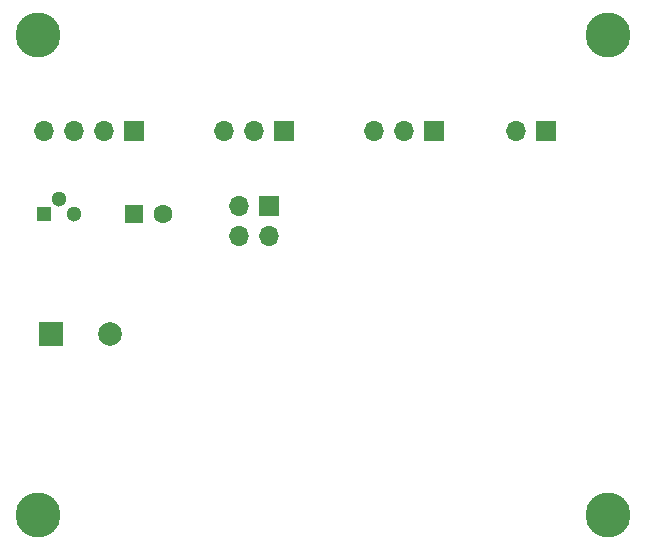
<source format=gbs>
G04 #@! TF.GenerationSoftware,KiCad,Pcbnew,(5.1.10-1-10_14)*
G04 #@! TF.CreationDate,2021-06-28T15:59:20-07:00*
G04 #@! TF.ProjectId,qiroll PAS digital logic,7169726f-6c6c-4205-9041-532064696769,rev?*
G04 #@! TF.SameCoordinates,Original*
G04 #@! TF.FileFunction,Soldermask,Bot*
G04 #@! TF.FilePolarity,Negative*
%FSLAX46Y46*%
G04 Gerber Fmt 4.6, Leading zero omitted, Abs format (unit mm)*
G04 Created by KiCad (PCBNEW (5.1.10-1-10_14)) date 2021-06-28 15:59:20*
%MOMM*%
%LPD*%
G01*
G04 APERTURE LIST*
%ADD10C,3.800000*%
%ADD11O,1.700000X1.700000*%
%ADD12R,1.700000X1.700000*%
%ADD13R,1.300000X1.300000*%
%ADD14C,1.300000*%
%ADD15C,1.600000*%
%ADD16R,1.600000X1.600000*%
%ADD17C,2.000000*%
%ADD18R,2.000000X2.000000*%
G04 APERTURE END LIST*
D10*
G04 #@! TO.C,H4*
X113792000Y-85852000D03*
G04 #@! TD*
G04 #@! TO.C,H3*
X162052000Y-85852000D03*
G04 #@! TD*
G04 #@! TO.C,H2*
X113792000Y-45212000D03*
G04 #@! TD*
G04 #@! TO.C,H1*
X162052000Y-45212000D03*
G04 #@! TD*
D11*
G04 #@! TO.C,J5*
X130810000Y-62230000D03*
X130810000Y-59690000D03*
X133350000Y-62230000D03*
D12*
X133350000Y-59690000D03*
G04 #@! TD*
D13*
G04 #@! TO.C,U5*
X114300000Y-60325000D03*
D14*
X116840000Y-60325000D03*
X115570000Y-59055000D03*
G04 #@! TD*
D11*
G04 #@! TO.C,J4*
X154305000Y-53340000D03*
D12*
X156845000Y-53340000D03*
G04 #@! TD*
D11*
G04 #@! TO.C,J3*
X142240000Y-53340000D03*
X144780000Y-53340000D03*
D12*
X147320000Y-53340000D03*
G04 #@! TD*
D11*
G04 #@! TO.C,J2*
X114300000Y-53340000D03*
X116840000Y-53340000D03*
X119380000Y-53340000D03*
D12*
X121920000Y-53340000D03*
G04 #@! TD*
D11*
G04 #@! TO.C,J1*
X129540000Y-53340000D03*
X132080000Y-53340000D03*
D12*
X134620000Y-53340000D03*
G04 #@! TD*
D15*
G04 #@! TO.C,C9*
X124420000Y-60325000D03*
D16*
X121920000Y-60325000D03*
G04 #@! TD*
D17*
G04 #@! TO.C,C8*
X119935000Y-70485000D03*
D18*
X114935000Y-70485000D03*
G04 #@! TD*
M02*

</source>
